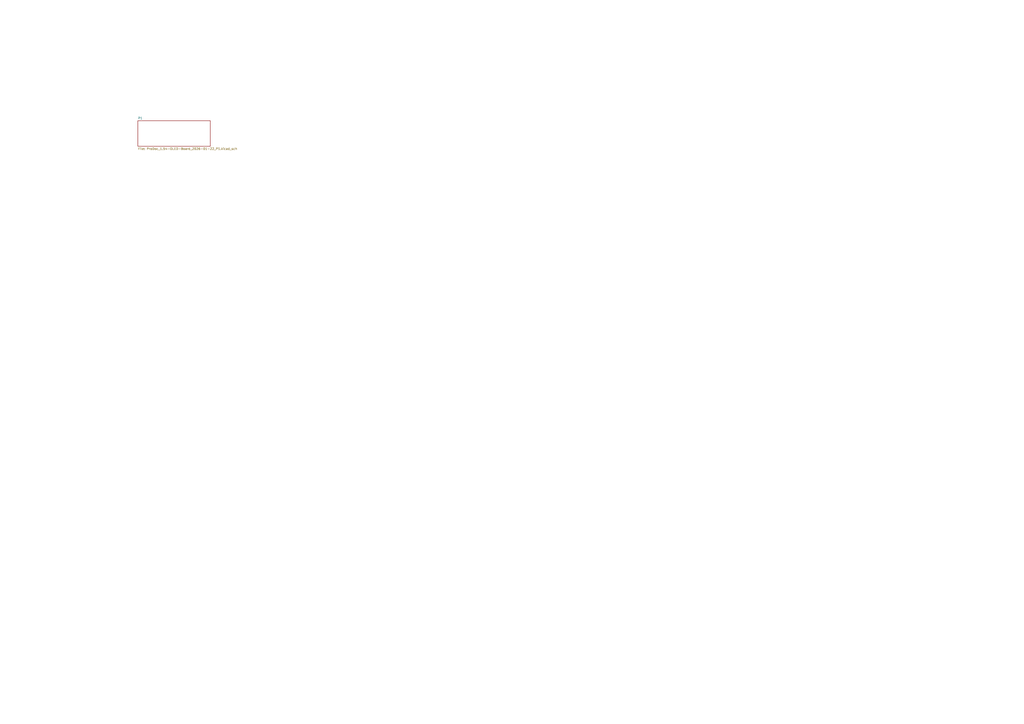
<source format=kicad_sch>
(kicad_sch
	(version 20241229)
	(generator "convert_easyeda_to_kicad")
	(generator_version "0.2")
	(uuid "127d3d6d87eb410b96d9268004be536d")
	(paper "A2")
	(title_block
		(title "1.54-OLED-ESP32S3")
	)
	(lib_symbols)
	(sheet
		(at 80 70)
		(size 42.037 14.859)
		(exclude_from_sim no)
		(in_bom yes)
		(on_board yes)
		(dnp no)
		(fields_autoplaced yes)
		(stroke
			(width 0.1524)
			(type solid)
		)
		(fill
			(color 0 0 0 0)
		)
		(uuid "1c7bafa1-c236-46f2-9d25-dc5043a4241c")
		(property "Sheetname" "P1"
			(id 0)
			(at 80 69.2888 0)
			(effects (font (size 1.27 1.27) (thickness 0.15)) (justify left bottom))
		)

		(property "Sheetfile" "ProDoc_1.54-OLED-Board_2026-01-22_P1.kicad_sch"
			(id 1)
			(at 80 85.5702 0)
			(effects (font (size 1.27 1.27) (thickness 0.15)) (justify left top))
		)

		(instances
			(project "ProDoc_1.54-OLED-Board_2026-01-22"
				(path "/127d3d6d87eb410b96d9268004be536d"
					(page "2")
				)
			)
		)
	)
	(sheet_instances
		(path "/"
			(page "1")
		)
	)
	(embedded_fonts no)
)

</source>
